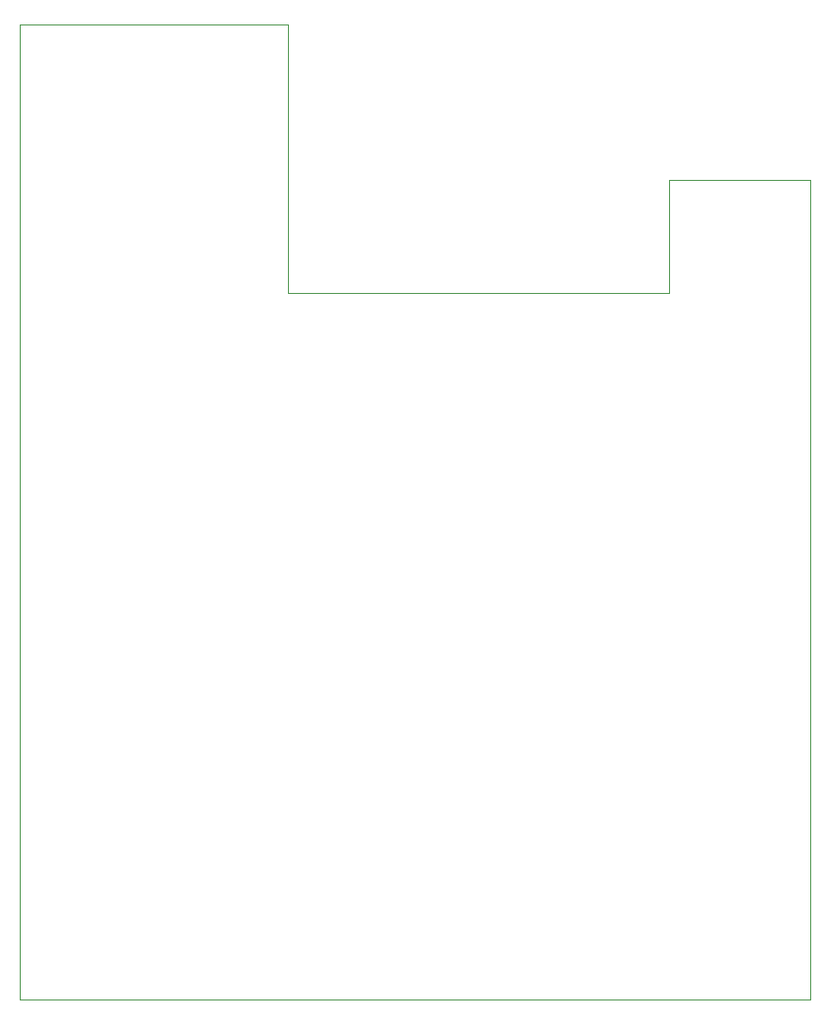
<source format=gm1>
%TF.GenerationSoftware,KiCad,Pcbnew,7.0.7*%
%TF.CreationDate,2024-06-19T04:07:58+09:00*%
%TF.ProjectId,ALTAIR_CAN_SHIELD _V1,414c5441-4952-45f4-9341-4e5f53484945,rev?*%
%TF.SameCoordinates,Original*%
%TF.FileFunction,Profile,NP*%
%FSLAX46Y46*%
G04 Gerber Fmt 4.6, Leading zero omitted, Abs format (unit mm)*
G04 Created by KiCad (PCBNEW 7.0.7) date 2024-06-19 04:07:58*
%MOMM*%
%LPD*%
G01*
G04 APERTURE LIST*
%TA.AperFunction,Profile*%
%ADD10C,0.050000*%
%TD*%
G04 APERTURE END LIST*
D10*
X172720000Y-88900000D02*
X172720000Y-78740000D01*
X138430000Y-64770000D02*
X138430000Y-88900000D01*
X114300000Y-152400000D02*
X114300000Y-64770000D01*
X165100000Y-88900000D02*
X172720000Y-88900000D01*
X114300000Y-64770000D02*
X138430000Y-64770000D01*
X185420000Y-78740000D02*
X185420000Y-152400000D01*
X185420000Y-152400000D02*
X114300000Y-152400000D01*
X172720000Y-78740000D02*
X185420000Y-78740000D01*
X138430000Y-88900000D02*
X165100000Y-88900000D01*
M02*

</source>
